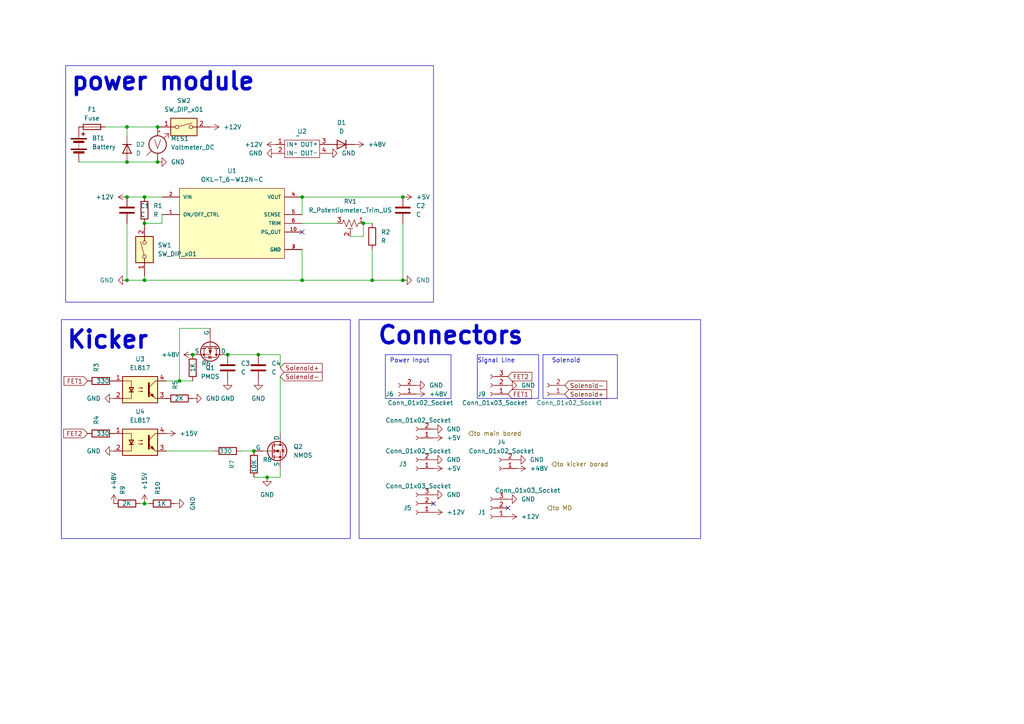
<source format=kicad_sch>
(kicad_sch (version 20230121) (generator eeschema)
  (paper "A4")
  (lib_symbols
    (symbol "Connector:Conn_01x02_Socket" (pin_names (offset 1.016) hide)
      (property "Reference" "J" (at 0 2.54 0))
      (property "Value" "Conn_01x02_Socket" (at 0 -5.08 0))
      (symbol "Conn_01x02_Socket_1_1"
        (arc (start 0 -2.032) (mid -0.5058 -2.54) (end 0 -3.048) (stroke (width 0.1524)))
        (polyline (pts (xy -1.27 -2.54) (xy -0.508 -2.54)) (stroke (width 0.1524)))
        (polyline (pts (xy -1.27 0) (xy -0.508 0)) (stroke (width 0.1524)))
        (arc (start 0 0.508) (mid -0.5058 0) (end 0 -0.508) (stroke (width 0.1524)))
        (pin passive line (at -5.08 0 0) (length 3.81) (name "Pin_1") (number "1"))
        (pin passive line (at -5.08 -2.54 0) (length 3.81) (name "Pin_2") (number "2"))
      )
    )
    (symbol "Connector:Conn_01x03_Socket" (pin_names (offset 1.016) hide)
      (property "Reference" "J" (at 0 5.08 0))
      (property "Value" "Conn_01x03_Socket" (at 0 -5.08 0))
      (symbol "Conn_01x03_Socket_1_1"
        (arc (start 0 -2.032) (mid -0.5058 -2.54) (end 0 -3.048) (stroke (width 0.1524)))
        (polyline (pts (xy -1.27 -2.54) (xy -0.508 -2.54)) (stroke (width 0.1524)))
        (polyline (pts (xy -1.27 0) (xy -0.508 0)) (stroke (width 0.1524)))
        (polyline (pts (xy -1.27 2.54) (xy -0.508 2.54)) (stroke (width 0.1524)))
        (arc (start 0 0.508) (mid -0.5058 0) (end 0 -0.508) (stroke (width 0.1524)))
        (arc (start 0 3.048) (mid -0.5058 2.54) (end 0 2.032) (stroke (width 0.1524)))
        (pin passive line (at -5.08 2.54 0) (length 3.81) (name "Pin_1") (number "1"))
        (pin passive line (at -5.08 0 0) (length 3.81) (name "Pin_2") (number "2"))
        (pin passive line (at -5.08 -2.54 0) (length 3.81) (name "Pin_3") (number "3"))
      )
    )
    (symbol "Device:Battery" (pin_numbers hide) (pin_names (offset 0) hide)
      (property "Reference" "BT" (at 2.54 2.54 0))
      (property "Value" "Battery" (at 2.54 0 0))
      (symbol "Battery_0_1"
        (rectangle (start -2.286 -1.27) (end 2.286 -1.524) (fill (type outline)))
        (rectangle (start -2.286 1.778) (end 2.286 1.524) (fill (type outline)))
        (rectangle (start -1.524 -2.032) (end 1.524 -2.54) (fill (type outline)))
        (rectangle (start -1.524 1.016) (end 1.524 0.508) (fill (type outline)))
        (polyline (pts (xy 0 -1.016) (xy 0 -0.762)))
        (polyline (pts (xy 0 -0.508) (xy 0 -0.254)))
        (polyline (pts (xy 0 0) (xy 0 0.254)))
        (polyline (pts (xy 0 1.778) (xy 0 2.54)))
        (polyline (pts (xy 0.762 3.048) (xy 1.778 3.048)) (stroke (width 0.254)))
        (polyline (pts (xy 1.27 3.556) (xy 1.27 2.54)) (stroke (width 0.254)))
      )
      (symbol "Battery_1_1"
        (pin passive line (at 0 5.08 270) (length 2.54) (name "+") (number "1"))
        (pin passive line (at 0 -5.08 90) (length 2.54) (name "-") (number "2"))
      )
    )
    (symbol "Device:C" (pin_numbers hide) (pin_names (offset 0.254))
      (property "Reference" "C" (at 0.635 2.54 0))
      (property "Value" "C" (at 0.635 -2.54 0))
      (symbol "C_0_1"
        (polyline (pts (xy -2.032 -0.762) (xy 2.032 -0.762)) (stroke (width 0.508)))
        (polyline (pts (xy -2.032 0.762) (xy 2.032 0.762)) (stroke (width 0.508)))
      )
      (symbol "C_1_1"
        (pin passive line (at 0 3.81 270) (length 2.794) (name "~") (number "1"))
        (pin passive line (at 0 -3.81 90) (length 2.794) (name "~") (number "2"))
      )
    )
    (symbol "Device:D" (pin_numbers hide) (pin_names (offset 1.016) hide)
      (property "Reference" "D" (at 0 2.54 0))
      (property "Value" "D" (at 0 -2.54 0))
      (symbol "D_0_1"
        (polyline (pts (xy -1.27 1.27) (xy -1.27 -1.27)) (stroke (width 0.254)))
        (polyline (pts (xy 1.27 0) (xy -1.27 0)))
        (polyline (pts (xy 1.27 1.27) (xy 1.27 -1.27) (xy -1.27 0) (xy 1.27 1.27)) (stroke (width 0.254)))
      )
      (symbol "D_1_1"
        (pin passive line (at -3.81 0 0) (length 2.54) (name "K") (number "1"))
        (pin passive line (at 3.81 0 180) (length 2.54) (name "A") (number "2"))
      )
    )
    (symbol "Device:Fuse" (pin_numbers hide) (pin_names (offset 0))
      (property "Reference" "F" (at 2.032 0 90))
      (property "Value" "Fuse" (at -1.905 0 90))
      (symbol "Fuse_0_1"
        (rectangle (start -0.762 -2.54) (end 0.762 2.54) (stroke (width 0.254)))
        (polyline (pts (xy 0 2.54) (xy 0 -2.54)))
      )
      (symbol "Fuse_1_1"
        (pin passive line (at 0 3.81 270) (length 1.27) (name "~") (number "1"))
        (pin passive line (at 0 -3.81 90) (length 1.27) (name "~") (number "2"))
      )
    )
    (symbol "Device:R" (pin_numbers hide) (pin_names (offset 0))
      (property "Reference" "R" (at 2.032 0 90))
      (property "Value" "R" (at 0 0 90))
      (symbol "R_0_1"
        (rectangle (start -1.016 -2.54) (end 1.016 2.54) (stroke (width 0.254)))
      )
      (symbol "R_1_1"
        (pin passive line (at 0 3.81 270) (length 1.27) (name "~") (number "1"))
        (pin passive line (at 0 -3.81 90) (length 1.27) (name "~") (number "2"))
      )
    )
    (symbol "Device:R_Potentiometer_Trim_US" (pin_names (offset 1.016) hide)
      (property "Reference" "RV" (at -4.445 0 90))
      (property "Value" "R_Potentiometer_Trim_US" (at -2.54 0 90))
      (symbol "R_Potentiometer_Trim_US_0_1"
        (polyline (pts (xy 0 -2.286) (xy 0 -2.54)))
        (polyline (pts (xy 0 2.286) (xy 0 2.54)))
        (polyline (pts (xy 1.524 0.762) (xy 1.524 -0.762)))
        (polyline (pts (xy 2.54 0) (xy 1.524 0)))
        (polyline (pts (xy 0 -0.762) (xy 1.016 -1.143) (xy 0 -1.524) (xy -1.016 -1.905) (xy 0 -2.286)))
        (polyline (pts (xy 0 0.762) (xy 1.016 0.381) (xy 0 0) (xy -1.016 -0.381) (xy 0 -0.762)))
        (polyline (pts (xy 0 2.286) (xy 1.016 1.905) (xy 0 1.524) (xy -1.016 1.143) (xy 0 0.762)))
      )
      (symbol "R_Potentiometer_Trim_US_1_1"
        (pin passive line (at 0 3.81 270) (length 1.27) (name "1") (number "1"))
        (pin passive line (at 3.81 0 180) (length 1.27) (name "2") (number "2"))
        (pin passive line (at 0 -3.81 90) (length 1.27) (name "3") (number "3"))
      )
    )
    (symbol "Device:Voltmeter_DC" (pin_numbers hide) (pin_names (offset 0.0254) hide)
      (property "Reference" "MES" (at -3.302 1.016 0))
      (property "Value" "Voltmeter_DC" (at -3.302 -0.762 0))
      (symbol "Voltmeter_DC_0_0"
        (polyline (pts (xy -3.175 -3.175) (xy -1.905 -1.905)))
        (polyline (pts (xy 1.905 1.905) (xy 3.175 3.175)))
        (polyline (pts (xy 1.905 3.175) (xy 3.175 3.175) (xy 3.175 1.905)))
        (text "V" (at 0 0 0) (effects (font (size 2.54 2.54))))
      )
      (symbol "Voltmeter_DC_0_1"
        (polyline (pts (xy 0.254 3.81) (xy 0.762 3.81)))
        (polyline (pts (xy 0.508 4.064) (xy 0.508 3.556)))
        (circle (center 0 0) (radius 2.54) (stroke (width 0.254)))
      )
      (symbol "Voltmeter_DC_1_1"
        (pin passive line (at 0 -5.08 90) (length 2.54) (name "-") (number "1"))
        (pin passive line (at 0 5.08 270) (length 2.54) (name "+") (number "2"))
      )
    )
    (symbol "Isolator:EL817" (pin_names (offset 1.016))
      (property "Reference" "U" (at -5.08 5.08 0))
      (property "Value" "EL817" (at 0 5.08 0))
      (symbol "EL817_0_1"
        (rectangle (start -5.08 3.81) (end 5.08 -3.81) (stroke (width 0.254)) (fill (type background)))
        (polyline (pts (xy -3.175 -0.635) (xy -1.905 -0.635)) (stroke (width 0.254)))
        (polyline (pts (xy 2.54 0.635) (xy 4.445 2.54)))
        (polyline (pts (xy 4.445 -2.54) (xy 2.54 -0.635)) (fill (type outline)))
        (polyline (pts (xy 4.445 -2.54) (xy 5.08 -2.54)))
        (polyline (pts (xy 4.445 2.54) (xy 5.08 2.54)))
        (polyline (pts (xy -5.08 2.54) (xy -2.54 2.54) (xy -2.54 -0.635)))
        (polyline (pts (xy -2.54 -0.635) (xy -2.54 -2.54) (xy -5.08 -2.54)))
        (polyline (pts (xy 2.54 1.905) (xy 2.54 -1.905) (xy 2.54 -1.905)) (stroke (width 0.508)))
        (polyline (pts (xy -2.54 -0.635) (xy -3.175 0.635) (xy -1.905 0.635) (xy -2.54 -0.635)) (stroke (width 0.254)))
        (polyline (pts (xy -0.508 -0.508) (xy 0.762 -0.508) (xy 0.381 -0.635) (xy 0.381 -0.381) (xy 0.762 -0.508)))
        (polyline (pts (xy -0.508 0.508) (xy 0.762 0.508) (xy 0.381 0.381) (xy 0.381 0.635) (xy 0.762 0.508)))
        (polyline (pts (xy 3.048 -1.651) (xy 3.556 -1.143) (xy 4.064 -2.159) (xy 3.048 -1.651) (xy 3.048 -1.651)) (fill (type outline)))
      )
      (symbol "EL817_1_1"
        (pin passive line (at -7.62 2.54 0) (length 2.54) (name "~") (number "1"))
        (pin passive line (at -7.62 -2.54 0) (length 2.54) (name "~") (number "2"))
        (pin passive line (at 7.62 -2.54 180) (length 2.54) (name "~") (number "3"))
        (pin passive line (at 7.62 2.54 180) (length 2.54) (name "~") (number "4"))
      )
    )
    (symbol "OKL-T_6-W12N-C:OKL-T_6-W12N-C" (pin_names (offset 1.016))
      (property "Reference" "U" (at -15.24 10.922 0))
      (property "Value" "OKL-T_6-W12N-C" (at -15.24 -12.7 0))
      (symbol "OKL-T_6-W12N-C_0_0"
        (rectangle (start -15.24 -10.16) (end 15.24 10.16) (stroke (width 0.1524)) (fill (type background)))
        (pin input line (at -20.32 2.54 0) (length 5.08) (name "ON/OFF_CTRL") (number "1"))
        (pin output line (at 20.32 -2.54 180) (length 5.08) (name "PG_OUT") (number "10"))
        (pin input line (at -20.32 7.62 0) (length 5.08) (name "VIN") (number "2"))
        (pin power_in line (at 20.32 -7.62 180) (length 5.08) (name "GND") (number "3"))
        (pin output line (at 20.32 7.62 180) (length 5.08) (name "VOUT") (number "4"))
        (pin input line (at 20.32 2.54 180) (length 5.08) (name "SENSE") (number "5"))
        (pin input line (at 20.32 0 180) (length 5.08) (name "TRIM") (number "6"))
        (pin power_in line (at 20.32 -7.62 180) (length 5.08) (name "GND") (number "7"))
      )
    )
    (symbol "Simulation_SPICE:NMOS" (pin_numbers hide) (pin_names (offset 0))
      (property "Reference" "Q" (at 5.08 1.27 0))
      (property "Value" "NMOS" (at 5.08 -1.27 0))
      (symbol "NMOS_0_1"
        (polyline (pts (xy 0.254 0) (xy -2.54 0)))
        (polyline (pts (xy 0.254 1.905) (xy 0.254 -1.905)) (stroke (width 0.254)))
        (polyline (pts (xy 0.762 -1.27) (xy 0.762 -2.286)) (stroke (width 0.254)))
        (polyline (pts (xy 0.762 0.508) (xy 0.762 -0.508)) (stroke (width 0.254)))
        (polyline (pts (xy 0.762 2.286) (xy 0.762 1.27)) (stroke (width 0.254)))
        (polyline (pts (xy 2.54 2.54) (xy 2.54 1.778)))
        (polyline (pts (xy 2.54 -2.54) (xy 2.54 0) (xy 0.762 0)))
        (polyline (pts (xy 0.762 -1.778) (xy 3.302 -1.778) (xy 3.302 1.778) (xy 0.762 1.778)))
        (polyline (pts (xy 1.016 0) (xy 2.032 0.381) (xy 2.032 -0.381) (xy 1.016 0)) (fill (type outline)))
        (polyline (pts (xy 2.794 0.508) (xy 2.921 0.381) (xy 3.683 0.381) (xy 3.81 0.254)))
        (polyline (pts (xy 3.302 0.381) (xy 2.921 -0.254) (xy 3.683 -0.254) (xy 3.302 0.381)))
        (circle (center 1.651 0) (radius 2.794) (stroke (width 0.254)))
        (circle (center 2.54 -1.778) (radius 0.254) (fill (type outline)))
        (circle (center 2.54 1.778) (radius 0.254) (fill (type outline)))
      )
      (symbol "NMOS_1_1"
        (pin passive line (at 2.54 5.08 270) (length 2.54) (name "D") (number "1"))
        (pin input line (at -5.08 0 0) (length 2.54) (name "G") (number "2"))
        (pin passive line (at 2.54 -5.08 90) (length 2.54) (name "S") (number "3"))
      )
    )
    (symbol "Simulation_SPICE:PMOS" (pin_numbers hide) (pin_names (offset 0))
      (property "Reference" "Q" (at 5.08 1.27 0))
      (property "Value" "PMOS" (at 5.08 -1.27 0))
      (symbol "PMOS_0_1"
        (polyline (pts (xy 0.254 0) (xy -2.54 0)))
        (polyline (pts (xy 0.254 1.905) (xy 0.254 -1.905)) (stroke (width 0.254)))
        (polyline (pts (xy 0.762 -1.27) (xy 0.762 -2.286)) (stroke (width 0.254)))
        (polyline (pts (xy 0.762 0.508) (xy 0.762 -0.508)) (stroke (width 0.254)))
        (polyline (pts (xy 0.762 2.286) (xy 0.762 1.27)) (stroke (width 0.254)))
        (polyline (pts (xy 2.54 2.54) (xy 2.54 1.778)))
        (polyline (pts (xy 2.54 -2.54) (xy 2.54 0) (xy 0.762 0)))
        (polyline (pts (xy 0.762 1.778) (xy 3.302 1.778) (xy 3.302 -1.778) (xy 0.762 -1.778)))
        (polyline (pts (xy 2.286 0) (xy 1.27 0.381) (xy 1.27 -0.381) (xy 2.286 0)) (fill (type outline)))
        (polyline (pts (xy 2.794 -0.508) (xy 2.921 -0.381) (xy 3.683 -0.381) (xy 3.81 -0.254)))
        (polyline (pts (xy 3.302 -0.381) (xy 2.921 0.254) (xy 3.683 0.254) (xy 3.302 -0.381)))
        (circle (center 1.651 0) (radius 2.794) (stroke (width 0.254)))
        (circle (center 2.54 -1.778) (radius 0.254) (fill (type outline)))
        (circle (center 2.54 1.778) (radius 0.254) (fill (type outline)))
      )
      (symbol "PMOS_1_1"
        (pin passive line (at 2.54 5.08 270) (length 2.54) (name "D") (number "1"))
        (pin input line (at -5.08 0 0) (length 2.54) (name "G") (number "2"))
        (pin passive line (at 2.54 -5.08 90) (length 2.54) (name "S") (number "3"))
      )
    )
    (symbol "Switch:SW_DIP_x01" (pin_names (offset 0) hide)
      (property "Reference" "SW" (at 0 3.81 0))
      (property "Value" "SW_DIP_x01" (at 0 -3.81 0))
      (symbol "SW_DIP_x01_0_0"
        (circle (center -2.032 0) (radius 0.508))
        (polyline (pts (xy -1.524 0.127) (xy 2.3622 1.1684)))
        (circle (center 2.032 0) (radius 0.508))
      )
      (symbol "SW_DIP_x01_0_1"
        (rectangle (start -3.81 2.54) (end 3.81 -2.54) (stroke (width 0.254)) (fill (type background)))
      )
      (symbol "SW_DIP_x01_1_1"
        (pin passive line (at -7.62 0 0) (length 5.08) (name "~") (number "1"))
        (pin passive line (at 7.62 0 180) (length 5.08) (name "~") (number "2"))
      )
    )
    (symbol "XL6009:XL6009"
      (property "Reference" "U" (at 0 0 0))
      (symbol "XL6009_0_1"
        (rectangle (start -3.81 -1.27) (end 6.35 -6.35))
      )
      (symbol "XL6009_1_1"
        (pin input line (at -6.35 -2.54 0) (length 2.54) (name "IN＋") (number "1"))
        (pin input line (at -6.35 -5.08 0) (length 2.54) (name "IN－") (number "2"))
        (pin input line (at 8.89 -2.54 180) (length 2.54) (name "OUT＋") (number "3"))
        (pin input line (at 8.89 -5.08 180) (length 2.54) (name "OUT－") (number "4"))
      )
    )
    (symbol "power:+12V" (power) (pin_names (offset 0))
      (property "Value" "+12V" (at 0 3.556 0))
      (symbol "+12V_0_1"
        (polyline (pts (xy -0.762 1.27) (xy 0 2.54)))
        (polyline (pts (xy 0 0) (xy 0 2.54)))
        (polyline (pts (xy 0 2.54) (xy 0.762 1.27)))
      )
      (symbol "+12V_1_1"
        (pin power_in line (at 0 0 90) (length 0) hide (name "+12V") (number "1"))
      )
    )
    (symbol "power:+15V" (power) (pin_names (offset 0))
      (property "Value" "+15V" (at 0 3.556 0))
      (symbol "+15V_0_1"
        (polyline (pts (xy -0.762 1.27) (xy 0 2.54)))
        (polyline (pts (xy 0 0) (xy 0 2.54)))
        (polyline (pts (xy 0 2.54) (xy 0.762 1.27)))
      )
      (symbol "+15V_1_1"
        (pin power_in line (at 0 0 90) (length 0) hide (name "+15V") (number "1"))
      )
    )
    (symbol "power:+48V" (power) (pin_names (offset 0))
      (property "Value" "+48V" (at 0 3.556 0))
      (symbol "+48V_0_1"
        (polyline (pts (xy -0.762 1.27) (xy 0 2.54)))
        (polyline (pts (xy 0 0) (xy 0 2.54)))
        (polyline (pts (xy 0 2.54) (xy 0.762 1.27)))
      )
      (symbol "+48V_1_1"
        (pin power_in line (at 0 0 90) (length 0) hide (name "+48V") (number "1"))
      )
    )
    (symbol "power:+5V" (power) (pin_names (offset 0))
      (property "Value" "+5V" (at 0 3.556 0))
      (symbol "+5V_0_1"
        (polyline (pts (xy -0.762 1.27) (xy 0 2.54)))
        (polyline (pts (xy 0 0) (xy 0 2.54)))
        (polyline (pts (xy 0 2.54) (xy 0.762 1.27)))
      )
      (symbol "+5V_1_1"
        (pin power_in line (at 0 0 90) (length 0) hide (name "+5V") (number "1"))
      )
    )
    (symbol "power:GND" (power) (pin_names (offset 0))
      (property "Value" "GND" (at 0 -3.81 0))
      (symbol "GND_0_1"
        (polyline (pts (xy 0 0) (xy 0 -1.27) (xy 1.27 -1.27) (xy 0 -2.54) (xy -1.27 -1.27) (xy 0 -1.27)))
      )
      (symbol "GND_1_1"
        (pin power_in line (at 0 0 270) (length 0) hide (name "GND") (number "1"))
      )
    )
  )
  (junction (at 87.63 81.28))
  (junction (at 41.91 146.05))
  (junction (at 41.91 57.15))
  (junction (at 116.84 81.28))
  (junction (at 116.84 57.15))
  (junction (at 36.83 81.28))
  (junction (at 107.95 81.28))
  (junction (at 77.47 138.43))
  (junction (at 45.72 46.99))
  (junction (at 105.41 64.77))
  (junction (at 73.66 130.81))
  (junction (at 66.04 102.87))
  (junction (at 36.83 57.15))
  (junction (at 74.93 102.87))
  (junction (at 45.72 36.83))
  (junction (at 36.83 46.99))
  (junction (at 41.91 64.77))
  (junction (at 41.91 81.28))
  (junction (at 87.63 57.15))
  (junction (at 36.83 36.83))
  (junction (at 52.07 110.49))
  (junction (at 55.88 102.87))
  (no_connect (at 125.73 146.05))
  (no_connect (at 87.63 67.31))
  (no_connect (at 147.32 147.32))
  (wire (pts (xy 52.07 110.49) (xy 52.07 95.25)))
  (wire (pts (xy 81.28 106.68) (xy 81.28 102.87)))
  (wire (pts (xy 48.26 130.81) (xy 62.23 130.81)))
  (wire (pts (xy 116.84 81.28) (xy 107.95 81.28)))
  (wire (pts (xy 107.95 64.77) (xy 105.41 64.77)))
  (wire (pts (xy 41.91 57.15) (xy 46.99 57.15)))
  (wire (pts (xy 87.63 64.77) (xy 97.79 64.77)))
  (wire (pts (xy 107.95 81.28) (xy 107.95 72.39)))
  (wire (pts (xy 52.07 110.49) (xy 55.88 110.49)))
  (wire (pts (xy 69.85 130.81) (xy 73.66 130.81)))
  (wire (pts (xy 36.83 36.83) (xy 45.72 36.83)))
  (wire (pts (xy 40.64 146.05) (xy 41.91 146.05)))
  (wire (pts (xy 41.91 81.28) (xy 41.91 80.01)))
  (wire (pts (xy 48.26 110.49) (xy 52.07 110.49)))
  (wire (pts (xy 36.83 57.15) (xy 41.91 57.15)))
  (wire (pts (xy 101.6 68.58) (xy 105.41 68.58)))
  (wire (pts (xy 22.86 46.99) (xy 36.83 46.99)))
  (wire (pts (xy 77.47 138.43) (xy 73.66 138.43)))
  (wire (pts (xy 87.63 72.39) (xy 87.63 81.28)))
  (wire (pts (xy 81.28 135.89) (xy 81.28 138.43)))
  (wire (pts (xy 81.28 125.73) (xy 81.28 109.22)))
  (wire (pts (xy 66.04 102.87) (xy 74.93 102.87)))
  (wire (pts (xy 105.41 68.58) (xy 105.41 64.77)))
  (wire (pts (xy 87.63 57.15) (xy 87.63 62.23)))
  (wire (pts (xy 36.83 46.99) (xy 45.72 46.99)))
  (wire (pts (xy 81.28 102.87) (xy 74.93 102.87)))
  (wire (pts (xy 116.84 64.77) (xy 116.84 81.28)))
  (wire (pts (xy 46.99 62.23) (xy 46.99 64.77)))
  (wire (pts (xy 46.99 64.77) (xy 41.91 64.77)))
  (wire (pts (xy 87.63 81.28) (xy 107.95 81.28)))
  (wire (pts (xy 41.91 146.05) (xy 43.18 146.05)))
  (wire (pts (xy 116.84 57.15) (xy 87.63 57.15)))
  (wire (pts (xy 36.83 36.83) (xy 30.48 36.83)))
  (wire (pts (xy 52.07 95.25) (xy 60.96 95.25)))
  (wire (pts (xy 36.83 64.77) (xy 36.83 81.28)))
  (wire (pts (xy 36.83 36.83) (xy 36.83 39.37)))
  (wire (pts (xy 77.47 138.43) (xy 81.28 138.43)))
  (wire (pts (xy 36.83 81.28) (xy 41.91 81.28)))
  (wire (pts (xy 87.63 81.28) (xy 41.91 81.28)))
  (rectangle (start 138.43 102.87) (end 156.21 115.57))
  (rectangle (start 17.78 92.71) (end 101.6 156.21))
  (rectangle (start 111.76 102.87) (end 130.81 115.57))
  (rectangle (start 157.48 102.87) (end 179.07 115.57))
  (rectangle (start 104.14 92.71) (end 203.2 156.21))
  (rectangle (start 19.05 19.05) (end 125.73 87.63))
  (text "Signal LIne\n" (at 138.43 105.41 0) (effects (font (size 1.27 1.27)) (justify left bottom)))
  (text "Solenoid\n" (at 160.02 105.41 0) (effects (font (size 1.27 1.27)) (justify left bottom)))
  (text "power module\n" (at 20.32 26.67 0) (effects (font (size 5 5) (thickness 1) bold) (justify left bottom)))
  (text "Connectors" (at 109.22 100.33 0) (effects (font (size 5 5) (thickness 1) bold) (justify left bottom)))
  (text "Kicker\n" (at 19.05 101.6 0) (effects (font (size 5 5) (thickness 1) bold) (justify left bottom)))
  (text "Power Input" (at 113.03 105.41 0) (effects (font (size 1.27 1.27)) (justify left bottom)))
  (global_label "FET1" (shape input) (at 147.32 114.3 0) (property "Intersheetrefs" "${INTERSHEET_REFS}" (effects hide)))
  (global_label "Solenoid+" (shape input) (at 163.83 114.3 0) (property "Intersheetrefs" "${INTERSHEET_REFS}" (effects hide)))
  (global_label "FET1" (shape input) (at 25.4 110.49 180) (property "Intersheetrefs" "${INTERSHEET_REFS}" (effects hide)))
  (global_label "FET２" (shape input) (at 25.4 125.73 180) (property "Intersheetrefs" "${INTERSHEET_REFS}" (effects hide)))
  (global_label "FET２" (shape input) (at 147.32 109.22 0) (property "Intersheetrefs" "${INTERSHEET_REFS}" (effects hide)))
  (global_label "Solenoid-" (shape input) (at 163.83 111.76 0) (property "Intersheetrefs" "${INTERSHEET_REFS}" (effects hide)))
  (global_label "Solenoid-" (shape input) (at 81.28 109.22 0) (property "Intersheetrefs" "${INTERSHEET_REFS}" (effects hide)))
  (global_label "Solenoid+" (shape input) (at 81.28 106.68 0) (property "Intersheetrefs" "${INTERSHEET_REFS}" (effects hide)))
  (hierarchical_label "to MD" (shape input) (at 158.75 147.32 0))
  (hierarchical_label "to kicker borad" (shape input) (at 160.02 134.62 0))
  (hierarchical_label "to main bored" (shape input) (at 135.89 125.73 0))
  (symbol (lib_id "power:+5V") (at 116.84 57.15 270) (unit 1)
    (property "Reference" "#PWR07" (effects hide))
    (property "Value" "+5V" (at 120.65 57.15 90) (effects (justify left)))
  )
  (symbol (lib_id "Simulation_SPICE:PMOS") (at 60.96 100.33 270) (unit 1)
    (property "Reference" "Q1" (at 60.96 106.68 90))
    (property "Value" "PMOS" (at 60.96 109.22 90))
    (property "Footprint" "K15A20D:K15A20D" (effects hide))
    (property "Datasheet" "https://ngspice.sourceforge.io/docs/ngspice-manual.pdf" (effects hide))
    (property "Sim.Device" "PMOS" (effects hide))
    (property "Sim.Type" "VDMOS" (effects hide))
    (property "Sim.Pins" "1=D 2=G 3=S" (effects hide))
  )
  (symbol (lib_id "Device:C") (at 66.04 106.68 0) (unit 1)
    (property "Reference" "C3" (at 69.85 105.41 0) (effects (justify left)))
    (property "Value" "C" (at 69.85 107.95 0) (effects (justify left)))
    (property "Footprint" "Connector_JST:JST_XH_B2B-XH-A_1x02_P2.50mm_Vertical" (effects hide))
  )
  (symbol (lib_id "power:+12V") (at 125.73 148.59 270) (unit 1)
    (property "Reference" "#PWR018" (effects hide))
    (property "Value" "+12V" (at 129.54 148.59 90) (effects (justify left)))
  )
  (symbol (lib_id "power:+15V") (at 48.26 125.73 270) (unit 1)
    (property "Reference" "#PWR021" (effects hide))
    (property "Value" "+15V" (at 52.07 125.73 90) (effects (justify left)))
  )
  (symbol (lib_id "power:GND") (at 147.32 144.78 90) (unit 1)
    (property "Reference" "#PWR09" (effects hide))
    (property "Value" "GND" (at 151.13 144.78 90) (effects (justify right)))
  )
  (symbol (lib_id "Connector:Conn_01x03_Socket") (at 142.24 111.76 180) (unit 1)
    (property "Reference" "J9" (at 139.7 114.3 0))
    (property "Value" "Conn_01x03_Socket" (at 143.51 116.84 0))
    (property "Footprint" "Connector_JST:JST_XH_S3B-XH-A_1x03_P2.50mm_Horizontal" (effects hide))
  )
  (symbol (lib_id "power:+5V") (at 125.73 127 270) (unit 1)
    (property "Reference" "#PWR012" (effects hide))
    (property "Value" "+5V" (at 129.54 127 90) (effects (justify left)))
  )
  (symbol (lib_id "Switch:SW_DIP_x01") (at 53.34 36.83 0) (unit 1)
    (property "Reference" "SW2" (at 53.34 29.21 0))
    (property "Value" "SW_DIP_x01" (at 53.34 31.75 0))
    (property "Footprint" "switch:DS-850k" (effects hide))
  )
  (symbol (lib_id "Device:R") (at 29.21 125.73 90) (unit 1)
    (property "Reference" "R4" (at 27.94 123.19 0) (effects (justify left)))
    (property "Value" "330" (at 31.75 125.73 90) (effects (justify left)))
    (property "Footprint" "Resistor_SMD:R_0805_2012Metric" (effects hide))
  )
  (symbol (lib_id "Device:Battery") (at 22.86 41.91 0) (unit 1)
    (property "Reference" "BT1" (at 26.67 40.0685 0) (effects (justify left)))
    (property "Value" "Battery" (at 26.67 42.6085 0) (effects (justify left)))
    (property "Footprint" "Connector_JST:JST_VH_B2P-VH_1x02_P3.96mm_Vertical" (effects hide))
  )
  (symbol (lib_id "power:+48V") (at 33.02 146.05 0) (unit 1)
    (property "Reference" "#PWR034" (effects hide))
    (property "Value" "+48V" (at 33.02 142.24 90) (effects (justify left)))
  )
  (symbol (lib_id "power:GND") (at 95.25 44.45 90) (unit 1)
    (property "Reference" "#PWR05" (effects hide))
    (property "Value" "GND" (at 99.06 44.45 90) (effects (justify right)))
  )
  (symbol (lib_id "XL6009:XL6009") (at 86.36 39.37 0) (unit 1)
    (property "Reference" "U2" (at 87.63 38.1 0))
    (property "Value" "~" (at 86.36 39.37 0))
    (property "Footprint" "XL6009:XL6009" (effects hide))
  )
  (symbol (lib_id "power:+48V") (at 102.87 41.91 270) (unit 1)
    (property "Reference" "#PWR06" (effects hide))
    (property "Value" "+48V" (at 106.68 41.91 90) (effects (justify left)))
  )
  (symbol (lib_id "Connector:Conn_01x02_Socket") (at 144.78 135.89 180) (unit 1)
    (property "Reference" "J4" (at 145.415 128.27 0))
    (property "Value" "Conn_01x02_Socket" (at 145.415 130.81 0))
    (property "Footprint" "Connector_JST:JST_VH_B2P-VH_1x02_P3.96mm_Vertical" (effects hide))
  )
  (symbol (lib_id "power:GND") (at 36.83 81.28 270) (unit 1)
    (property "Reference" "#PWR02" (effects hide))
    (property "Value" "GND" (at 33.02 81.28 90) (effects (justify right)))
  )
  (symbol (lib_id "Connector:Conn_01x02_Socket") (at 115.57 114.3 180) (unit 1)
    (property "Reference" "J6" (at 113.03 114.3 0))
    (property "Value" "Conn_01x02_Socket" (at 121.92 116.84 0))
    (property "Footprint" "Connector_JST:JST_VH_B2P-VH_1x02_P3.96mm_Vertical" (effects hide))
  )
  (symbol (lib_id "power:GND") (at 80.01 44.45 270) (unit 1)
    (property "Reference" "#PWR04" (effects hide))
    (property "Value" "GND" (at 76.2 44.45 90) (effects (justify right)))
  )
  (symbol (lib_id "power:+48V") (at 55.88 102.87 90) (unit 1)
    (property "Reference" "#PWR022" (effects hide))
    (property "Value" "+48V" (at 52.07 102.87 90) (effects (justify left)))
  )
  (symbol (lib_id "power:GND") (at 45.72 46.99 90) (unit 1)
    (property "Reference" "#PWR037" (effects hide))
    (property "Value" "GND" (at 49.53 46.99 90) (effects (justify right)))
  )
  (symbol (lib_id "power:GND") (at 116.84 81.28 90) (unit 1)
    (property "Reference" "#PWR08" (effects hide))
    (property "Value" "GND" (at 120.65 81.28 90) (effects (justify right)))
  )
  (symbol (lib_id "power:GND") (at 77.47 138.43 0) (unit 1)
    (property "Reference" "#PWR026" (effects hide))
    (property "Value" "GND" (at 77.47 143.51 0))
  )
  (symbol (lib_id "power:GND") (at 33.02 115.57 270) (unit 1)
    (property "Reference" "#PWR019" (effects hide))
    (property "Value" "GND" (at 29.21 115.57 90) (effects (justify right)))
  )
  (symbol (lib_id "Device:Fuse") (at 26.67 36.83 90) (unit 1)
    (property "Reference" "F1" (at 26.67 31.75 90))
    (property "Value" "Fuse" (at 26.67 34.29 90))
    (property "Footprint" "Fuse_Socket:fuse_socket" (effects hide))
  )
  (symbol (lib_id "Device:R") (at 41.91 60.96 0) (unit 1)
    (property "Reference" "R1" (at 44.45 59.69 0) (effects (justify left)))
    (property "Value" "R" (at 44.45 62.23 0) (effects (justify left)))
    (property "Footprint" "Resistor_THT:R_Axial_DIN0204_L3.6mm_D1.6mm_P5.08mm_Horizontal" (effects hide))
  )
  (symbol (lib_id "power:+12V") (at 60.96 36.83 270) (unit 1)
    (property "Reference" "#PWR038" (effects hide))
    (property "Value" "+12V" (at 64.77 36.83 90) (effects (justify left)))
  )
  (symbol (lib_id "Device:R") (at 29.21 110.49 90) (unit 1)
    (property "Reference" "R3" (at 27.94 107.95 0) (effects (justify left)))
    (property "Value" "330" (at 31.75 110.49 90) (effects (justify left)))
    (property "Footprint" "Resistor_SMD:R_0805_2012Metric" (effects hide))
  )
  (symbol (lib_id "Device:D") (at 36.83 43.18 270) (unit 1)
    (property "Reference" "D2" (at 39.37 41.91 90) (effects (justify left)))
    (property "Value" "D" (at 39.37 44.45 90) (effects (justify left)))
    (property "Footprint" "Diode_THT:D_DO-15_P10.16mm_Horizontal" (effects hide))
    (property "Sim.Device" "D" (effects hide))
    (property "Sim.Pins" "1=K 2=A" (effects hide))
  )
  (symbol (lib_id "power:GND") (at 50.8 146.05 90) (unit 1)
    (property "Reference" "#PWR036" (effects hide))
    (property "Value" "GND" (at 55.88 146.05 0))
  )
  (symbol (lib_id "Device:R") (at 66.04 130.81 270) (unit 1)
    (property "Reference" "R7" (at 67.31 133.35 0) (effects (justify left)))
    (property "Value" "330" (at 63.5 130.81 90) (effects (justify left)))
    (property "Footprint" "Resistor_SMD:R_0805_2012Metric" (effects hide))
  )
  (symbol (lib_id "OKL-T_6-W12N-C:OKL-T_6-W12N-C") (at 67.31 64.77 0) (unit 1)
    (property "Reference" "U1" (at 67.31 49.53 0))
    (property "Value" "OKL-T_6-W12N-C" (at 67.31 52.07 0))
    (property "Footprint" "OKL-T_6-W12N-C:DCDC-murata-6A" (effects hide))
  )
  (symbol (lib_id "Switch:SW_DIP_x01") (at 41.91 72.39 90) (unit 1)
    (property "Reference" "SW1" (at 45.72 71.12 90) (effects (justify right)))
    (property "Value" "SW_DIP_x01" (at 45.72 73.66 90) (effects (justify right)))
    (property "Footprint" "Connector_JST:JST_XH_B3B-XH-A_1x03_P2.50mm_Vertical" (effects hide))
  )
  (symbol (lib_id "Connector:Conn_01x02_Socket") (at 120.65 135.89 180) (unit 1)
    (property "Reference" "J3" (at 116.84 134.62 0))
    (property "Value" "Conn_01x02_Socket" (at 121.285 130.81 0))
    (property "Footprint" "Connector_JST:JST_XH_S2B-XH-A_1x02_P2.50mm_Horizontal" (effects hide))
  )
  (symbol (lib_id "power:GND") (at 55.88 115.57 90) (unit 1)
    (property "Reference" "#PWR023" (effects hide))
    (property "Value" "GND" (at 59.69 115.57 90) (effects (justify right)))
  )
  (symbol (lib_id "power:+12V") (at 80.01 41.91 90) (unit 1)
    (property "Reference" "#PWR03" (effects hide))
    (property "Value" "+12V" (at 76.2 41.91 90) (effects (justify left)))
  )
  (symbol (lib_id "power:+48V") (at 120.65 114.3 270) (unit 1)
    (property "Reference" "#PWR028" (effects hide))
    (property "Value" "+48V" (at 124.46 114.3 90) (effects (justify left)))
  )
  (symbol (lib_id "Isolator:EL817") (at 40.64 113.03 0) (unit 1)
    (property "Reference" "U3" (at 40.64 104.14 0))
    (property "Value" "EL817" (at 40.64 106.68 0))
    (property "Footprint" "Package_DIP:DIP-4_W7.62mm" (effects hide))
    (property "Datasheet" "http://www.everlight.com/file/ProductFile/EL817.pdf" (effects hide))
  )
  (symbol (lib_id "power:+48V") (at 149.86 135.89 270) (unit 1)
    (property "Reference" "#PWR016" (effects hide))
    (property "Value" "+48V" (at 153.67 135.89 90) (effects (justify left)))
  )
  (symbol (lib_id "Device:R") (at 107.95 68.58 0) (unit 1)
    (property "Reference" "R2" (at 110.49 67.31 0) (effects (justify left)))
    (property "Value" "R" (at 110.49 69.85 0) (effects (justify left)))
    (property "Footprint" "Resistor_THT:R_Axial_DIN0204_L3.6mm_D1.6mm_P5.08mm_Horizontal" (effects hide))
  )
  (symbol (lib_id "Device:R") (at 52.07 115.57 90) (unit 1)
    (property "Reference" "R5" (at 50.8 113.03 0) (effects (justify left)))
    (property "Value" "2K" (at 53.34 115.57 90) (effects (justify left)))
    (property "Footprint" "Resistor_SMD:R_0805_2012Metric" (effects hide))
  )
  (symbol (lib_id "Device:R") (at 73.66 134.62 0) (unit 1)
    (property "Reference" "R8" (at 76.2 133.35 0) (effects (justify left)))
    (property "Value" "10K" (at 73.66 137.16 90) (effects (justify left)))
    (property "Footprint" "Resistor_SMD:R_0805_2012Metric" (effects hide))
  )
  (symbol (lib_id "Connector:Conn_01x03_Socket") (at 120.65 146.05 180) (unit 1)
    (property "Reference" "J5" (at 119.38 147.32 0) (effects (justify left)))
    (property "Value" "Conn_01x03_Socket" (at 130.81 140.97 0) (effects (justify left)))
    (property "Footprint" "Connector_JST:JST_XH_S3B-XH-A_1x03_P2.50mm_Horizontal" (effects hide))
  )
  (symbol (lib_id "Connector:Conn_01x02_Socket") (at 120.65 127 180) (unit 1)
    (property "Reference" "J2" (effects hide))
    (property "Value" "Conn_01x02_Socket" (at 121.285 121.92 0))
    (property "Footprint" "Connector_JST:JST_XH_S2B-XH-A_1x02_P2.50mm_Horizontal" (effects hide))
  )
  (symbol (lib_id "Device:D") (at 99.06 41.91 180) (unit 1)
    (property "Reference" "D1" (at 99.06 35.56 0))
    (property "Value" "D" (at 99.06 38.1 0))
    (property "Footprint" "Diode_THT:D_DO-15_P10.16mm_Horizontal" (effects hide))
    (property "Sim.Device" "D" (effects hide))
    (property "Sim.Pins" "1=K 2=A" (effects hide))
  )
  (symbol (lib_id "Device:R") (at 55.88 106.68 0) (unit 1)
    (property "Reference" "R6" (at 58.42 105.41 0) (effects (justify left)))
    (property "Value" "1K" (at 55.88 107.95 90) (effects (justify left)))
    (property "Footprint" "Resistor_SMD:R_0805_2012Metric" (effects hide))
  )
  (symbol (lib_id "power:GND") (at 66.04 110.49 0) (unit 1)
    (property "Reference" "#PWR024" (effects hide))
    (property "Value" "GND" (at 66.04 115.57 0))
  )
  (symbol (lib_id "power:GND") (at 125.73 143.51 90) (unit 1)
    (property "Reference" "#PWR017" (effects hide))
    (property "Value" "GND" (at 129.54 143.51 90) (effects (justify right)))
  )
  (symbol (lib_id "Device:C") (at 116.84 60.96 0) (unit 1)
    (property "Reference" "C2" (at 120.65 59.69 0) (effects (justify left)))
    (property "Value" "C" (at 120.65 62.23 0) (effects (justify left)))
    (property "Footprint" "Capacitor_THT:C_Disc_D3.8mm_W2.6mm_P2.50mm" (effects hide))
  )
  (symbol (lib_id "power:GND") (at 33.02 130.81 270) (unit 1)
    (property "Reference" "#PWR020" (effects hide))
    (property "Value" "GND" (at 29.21 130.81 90) (effects (justify right)))
  )
  (symbol (lib_id "power:+12V") (at 36.83 57.15 90) (unit 1)
    (property "Reference" "#PWR01" (effects hide))
    (property "Value" "+12V" (at 33.02 57.15 90) (effects (justify left)))
  )
  (symbol (lib_id "power:+5V") (at 125.73 135.89 270) (unit 1)
    (property "Reference" "#PWR014" (effects hide))
    (property "Value" "+5V" (at 129.54 135.89 90) (effects (justify left)))
  )
  (symbol (lib_id "power:GND") (at 125.73 133.35 90) (unit 1)
    (property "Reference" "#PWR013" (effects hide))
    (property "Value" "GND" (at 129.54 133.35 90) (effects (justify right)))
  )
  (symbol (lib_id "Connector:Conn_01x03_Socket") (at 142.24 147.32 180) (unit 1)
    (property "Reference" "J1" (at 140.97 148.59 0) (effects (justify left)))
    (property "Value" "Conn_01x03_Socket" (at 162.56 142.24 0) (effects (justify left)))
    (property "Footprint" "Connector_JST:JST_XH_S3B-XH-A_1x03_P2.50mm_Horizontal" (effects hide))
  )
  (symbol (lib_id "power:GND") (at 147.32 111.76 90) (unit 1)
    (property "Reference" "#PWR031" (effects hide))
    (property "Value" "GND" (at 151.13 111.76 90) (effects (justify right)))
  )
  (symbol (lib_id "power:GND") (at 125.73 124.46 90) (unit 1)
    (property "Reference" "#PWR011" (effects hide))
    (property "Value" "GND" (at 129.54 124.46 90) (effects (justify right)))
  )
  (symbol (lib_id "power:GND") (at 149.86 133.35 90) (unit 1)
    (property "Reference" "#PWR015" (effects hide))
    (property "Value" "GND" (at 153.67 133.35 90) (effects (justify right)))
  )
  (symbol (lib_id "power:GND") (at 120.65 111.76 90) (unit 1)
    (property "Reference" "#PWR027" (effects hide))
    (property "Value" "GND" (at 124.46 111.76 90) (effects (justify right)))
  )
  (symbol (lib_id "Device:R_Potentiometer_Trim_US") (at 101.6 64.77 270) (unit 1)
    (property "Reference" "RV1" (at 101.6 58.42 90))
    (property "Value" "R_Potentiometer_Trim_US" (at 101.6 60.96 90))
    (property "Footprint" "Potentiometer_THT:Potentiometer_Bourns_3296W_Vertical" (effects hide))
  )
  (symbol (lib_id "Connector:Conn_01x02_Socket") (at 158.75 114.3 180) (unit 1)
    (property "Reference" "J11" (effects hide))
    (property "Value" "Conn_01x02_Socket" (at 165.1 116.84 0))
    (property "Footprint" "Connector_JST:JST_XH_B2B-XH-A_1x02_P2.50mm_Vertical" (effects hide))
  )
  (symbol (lib_id "Device:R") (at 46.99 146.05 90) (unit 1)
    (property "Reference" "R10" (at 45.72 143.51 0) (effects (justify left)))
    (property "Value" "1K" (at 48.26 146.05 90) (effects (justify left)))
    (property "Footprint" "Resistor_SMD:R_0805_2012Metric" (effects hide))
  )
  (symbol (lib_id "Simulation_SPICE:NMOS") (at 78.74 130.81 0) (unit 1)
    (property "Reference" "Q2" (at 85.09 129.54 0) (effects (justify left)))
    (property "Value" "NMOS" (at 85.09 132.08 0) (effects (justify left)))
    (property "Footprint" "K15A20D:K15A20D" (effects hide))
    (property "Datasheet" "https://ngspice.sourceforge.io/docs/ngspice-manual.pdf" (effects hide))
    (property "Sim.Device" "NMOS" (effects hide))
    (property "Sim.Type" "VDMOS" (effects hide))
    (property "Sim.Pins" "1=D 2=G 3=S" (effects hide))
  )
  (symbol (lib_id "power:GND") (at 74.93 110.49 0) (unit 1)
    (property "Reference" "#PWR025" (effects hide))
    (property "Value" "GND" (at 74.93 115.57 0))
  )
  (symbol (lib_id "power:+15V") (at 41.91 146.05 0) (unit 1)
    (property "Reference" "#PWR035" (effects hide))
    (property "Value" "+15V" (at 41.91 142.24 90) (effects (justify left)))
  )
  (symbol (lib_id "Device:Voltmeter_DC") (at 45.72 41.91 0) (unit 1)
    (property "Reference" "MES1" (at 49.53 40.1955 0) (effects (justify left)))
    (property "Value" "Voltmeter_DC" (at 49.53 42.7355 0) (effects (justify left)))
    (property "Footprint" "Voltage_Counter:voltage_counter" (effects hide))
  )
  (symbol (lib_id "Device:C") (at 36.83 60.96 0) (unit 1)
    (property "Reference" "C1" (at 40.64 59.69 0) (effects (justify left)))
    (property "Value" "C" (at 40.64 62.23 0) (effects (justify left)))
    (property "Footprint" "Capacitor_THT:C_Disc_D3.8mm_W2.6mm_P2.50mm" (effects hide))
  )
  (symbol (lib_id "power:+12V") (at 147.32 149.86 270) (unit 1)
    (property "Reference" "#PWR010" (effects hide))
    (property "Value" "+12V" (at 151.13 149.86 90) (effects (justify left)))
  )
  (symbol (lib_id "Isolator:EL817") (at 40.64 128.27 0) (unit 1)
    (property "Reference" "U4" (at 40.64 119.38 0))
    (property "Value" "EL817" (at 40.64 121.92 0))
    (property "Footprint" "Package_DIP:DIP-4_W7.62mm" (effects hide))
    (property "Datasheet" "http://www.everlight.com/file/ProductFile/EL817.pdf" (effects hide))
  )
  (symbol (lib_id "Device:C") (at 74.93 106.68 0) (unit 1)
    (property "Reference" "C4" (at 78.74 105.41 0) (effects (justify left)))
    (property "Value" "C" (at 78.74 107.95 0) (effects (justify left)))
    (property "Footprint" "Connector_JST:JST_XH_B2B-XH-A_1x02_P2.50mm_Vertical" (effects hide))
  )
  (symbol (lib_id "Device:R") (at 36.83 146.05 90) (unit 1)
    (property "Reference" "R9" (at 35.56 143.51 0) (effects (justify left)))
    (property "Value" "2K" (at 38.1 146.05 90) (effects (justify left)))
    (property "Footprint" "Resistor_SMD:R_0805_2012Metric" (effects hide))
  )
)
</source>
